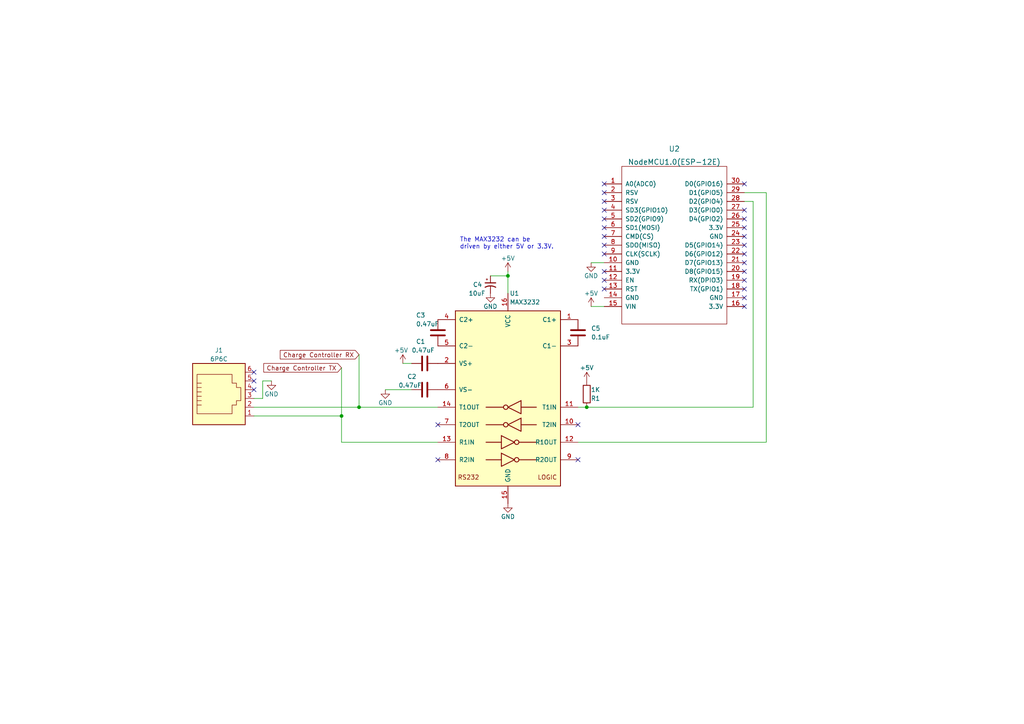
<source format=kicad_sch>
(kicad_sch (version 20211123) (generator eeschema)
  (paper "A4")
  (lib_symbols
    (symbol "Connector:6P6C" (pin_names (offset 1.016))
      (property "Reference" "J" (at -5.08 11.43 0))
      (property "Value" "6P6C" (at 2.54 11.43 0))
      (symbol "6P6C_0_1"
        (polyline (pts (xy -6.35 -1.905) (xy -5.08 -1.905) (xy -5.08 -1.905)))
        (polyline (pts (xy -6.35 -0.635) (xy -5.08 -0.635) (xy -5.08 -0.635)))
        (polyline (pts (xy -6.35 0.635) (xy -5.08 0.635) (xy -5.08 0.635)))
        (polyline (pts (xy -6.35 1.905) (xy -5.08 1.905) (xy -5.08 1.905)))
        (polyline (pts (xy -6.35 3.175) (xy -5.08 3.175) (xy -5.08 3.175)))
        (polyline (pts (xy -5.08 4.445) (xy -6.35 4.445) (xy -6.35 4.445)))
        (polyline (pts (xy -6.35 -4.445) (xy -6.35 6.985) (xy 3.81 6.985) (xy 3.81 4.445) (xy 5.08 4.445) (xy 5.08 3.175) (xy 6.35 3.175) (xy 6.35 -0.635) (xy 5.08 -0.635) (xy 5.08 -1.905) (xy 3.81 -1.905) (xy 3.81 -4.445) (xy -6.35 -4.445) (xy -6.35 -4.445)))
        (rectangle (start 7.62 10.16) (end -7.62 -7.62) (stroke (width 0.254)) (fill (type background)))
      )
      (symbol "6P6C_1_1"
        (pin passive line (at 10.16 -5.08 180) (length 2.54) (name "~") (number "1"))
        (pin passive line (at 10.16 -2.54 180) (length 2.54) (name "~") (number "2"))
        (pin passive line (at 10.16 0 180) (length 2.54) (name "~") (number "3"))
        (pin passive line (at 10.16 2.54 180) (length 2.54) (name "~") (number "4"))
        (pin passive line (at 10.16 5.08 180) (length 2.54) (name "~") (number "5"))
        (pin passive line (at 10.16 7.62 180) (length 2.54) (name "~") (number "6"))
      )
    )
    (symbol "Device:C" (pin_numbers hide) (pin_names (offset 0.254))
      (property "Reference" "C" (at 0.635 2.54 0))
      (property "Value" "C" (at 0.635 -2.54 0))
      (symbol "C_0_1"
        (polyline (pts (xy -2.032 -0.762) (xy 2.032 -0.762)) (stroke (width 0.508)))
        (polyline (pts (xy -2.032 0.762) (xy 2.032 0.762)) (stroke (width 0.508)))
      )
      (symbol "C_1_1"
        (pin passive line (at 0 3.81 270) (length 2.794) (name "~") (number "1"))
        (pin passive line (at 0 -3.81 90) (length 2.794) (name "~") (number "2"))
      )
    )
    (symbol "Device:C_Polarized_Small_US" (pin_numbers hide) (pin_names (offset 0.254) hide)
      (property "Reference" "C" (at 0.254 1.778 0))
      (property "Value" "C_Polarized_Small_US" (at 0.254 -2.032 0))
      (symbol "C_Polarized_Small_US_0_1"
        (polyline (pts (xy -1.524 0.508) (xy 1.524 0.508)) (stroke (width 0.3048)))
        (polyline (pts (xy -1.27 1.524) (xy -0.762 1.524)))
        (polyline (pts (xy -1.016 1.27) (xy -1.016 1.778)))
        (arc (start 1.524 -0.762) (mid 0 -0.3734) (end -1.524 -0.762) (stroke (width 0.3048)))
      )
      (symbol "C_Polarized_Small_US_1_1"
        (pin passive line (at 0 2.54 270) (length 2.032) (name "~") (number "1"))
        (pin passive line (at 0 -2.54 90) (length 2.032) (name "~") (number "2"))
      )
    )
    (symbol "Device:R" (pin_numbers hide) (pin_names (offset 0))
      (property "Reference" "R" (at 2.032 0 90))
      (property "Value" "R" (at 0 0 90))
      (symbol "R_0_1"
        (rectangle (start -1.016 -2.54) (end 1.016 2.54) (stroke (width 0.254)))
      )
      (symbol "R_1_1"
        (pin passive line (at 0 3.81 270) (length 1.27) (name "~") (number "1"))
        (pin passive line (at 0 -3.81 90) (length 1.27) (name "~") (number "2"))
      )
    )
    (symbol "ESP8266:NodeMCU1.0(ESP-12E)" (pin_names (offset 1.016))
      (property "Reference" "U" (at 0 21.59 0))
      (property "Value" "NodeMCU1.0(ESP-12E)" (at 0 -21.59 0))
      (symbol "NodeMCU1.0(ESP-12E)_0_1"
        (rectangle (start -15.24 -22.86) (end 15.24 22.86))
      )
      (symbol "NodeMCU1.0(ESP-12E)_1_1"
        (pin input line (at -20.32 17.78 0) (length 5.08) (name "A0(ADC0)") (number "1"))
        (pin input line (at -20.32 -5.08 0) (length 5.08) (name "GND") (number "10"))
        (pin input line (at -20.32 -7.62 0) (length 5.08) (name "3.3V") (number "11"))
        (pin input line (at -20.32 -10.16 0) (length 5.08) (name "EN") (number "12"))
        (pin input line (at -20.32 -12.7 0) (length 5.08) (name "RST") (number "13"))
        (pin input line (at -20.32 -15.24 0) (length 5.08) (name "GND") (number "14"))
        (pin input line (at -20.32 -17.78 0) (length 5.08) (name "VIN") (number "15"))
        (pin input line (at 20.32 -17.78 180) (length 5.08) (name "3.3V") (number "16"))
        (pin input line (at 20.32 -15.24 180) (length 5.08) (name "GND") (number "17"))
        (pin input line (at 20.32 -12.7 180) (length 5.08) (name "TX(GPIO1)") (number "18"))
        (pin input line (at 20.32 -10.16 180) (length 5.08) (name "RX(DPIO3)") (number "19"))
        (pin input line (at -20.32 15.24 0) (length 5.08) (name "RSV") (number "2"))
        (pin input line (at 20.32 -7.62 180) (length 5.08) (name "D8(GPIO15)") (number "20"))
        (pin input line (at 20.32 -5.08 180) (length 5.08) (name "D7(GPIO13)") (number "21"))
        (pin input line (at 20.32 -2.54 180) (length 5.08) (name "D6(GPIO12)") (number "22"))
        (pin input line (at 20.32 0 180) (length 5.08) (name "D5(GPIO14)") (number "23"))
        (pin input line (at 20.32 2.54 180) (length 5.08) (name "GND") (number "24"))
        (pin input line (at 20.32 5.08 180) (length 5.08) (name "3.3V") (number "25"))
        (pin input line (at 20.32 7.62 180) (length 5.08) (name "D4(GPIO2)") (number "26"))
        (pin input line (at 20.32 10.16 180) (length 5.08) (name "D3(GPIO0)") (number "27"))
        (pin input line (at 20.32 12.7 180) (length 5.08) (name "D2(GPIO4)") (number "28"))
        (pin input line (at 20.32 15.24 180) (length 5.08) (name "D1(GPIO5)") (number "29"))
        (pin input line (at -20.32 12.7 0) (length 5.08) (name "RSV") (number "3"))
        (pin input line (at 20.32 17.78 180) (length 5.08) (name "D0(GPIO16)") (number "30"))
        (pin input line (at -20.32 10.16 0) (length 5.08) (name "SD3(GPIO10)") (number "4"))
        (pin input line (at -20.32 7.62 0) (length 5.08) (name "SD2(GPIO9)") (number "5"))
        (pin input line (at -20.32 5.08 0) (length 5.08) (name "SD1(MOSI)") (number "6"))
        (pin input line (at -20.32 2.54 0) (length 5.08) (name "CMD(CS)") (number "7"))
        (pin input line (at -20.32 0 0) (length 5.08) (name "SDO(MISO)") (number "8"))
        (pin input line (at -20.32 -2.54 0) (length 5.08) (name "CLK(SCLK)") (number "9"))
      )
    )
    (symbol "Interface_UART:MAX3232" (pin_names (offset 1.016))
      (property "Reference" "U" (at -2.54 28.575 0))
      (property "Value" "MAX3232" (at -2.54 26.67 0))
      (symbol "MAX3232_0_0"
        (text "LOGIC" (at -11.43 -22.86 0) (effects (font (size 1.27 1.27))))
        (text "RS232" (at 11.43 -22.86 0) (effects (font (size 1.27 1.27))))
      )
      (symbol "MAX3232_0_1"
        (rectangle (start -15.24 -25.4) (end 15.24 25.4) (stroke (width 0.254)) (fill (type background)))
        (circle (center -2.54 -17.78) (radius 0.635) (stroke (width 0.254)))
        (circle (center -2.54 -12.7) (radius 0.635) (stroke (width 0.254)))
        (polyline (pts (xy -3.81 -7.62) (xy -8.255 -7.62)) (stroke (width 0.254)))
        (polyline (pts (xy -3.81 -2.54) (xy -8.255 -2.54)) (stroke (width 0.254)))
        (polyline (pts (xy -3.175 -17.78) (xy -8.255 -17.78)) (stroke (width 0.254)))
        (polyline (pts (xy -3.175 -12.7) (xy -8.255 -12.7)) (stroke (width 0.254)))
        (polyline (pts (xy 1.27 -7.62) (xy 6.35 -7.62)) (stroke (width 0.254)))
        (polyline (pts (xy 1.27 -2.54) (xy 6.35 -2.54)) (stroke (width 0.254)))
        (polyline (pts (xy 1.905 -17.78) (xy 6.35 -17.78)) (stroke (width 0.254)))
        (polyline (pts (xy 1.905 -12.7) (xy 6.35 -12.7)) (stroke (width 0.254)))
        (polyline (pts (xy -3.81 -5.715) (xy -3.81 -9.525) (xy 0 -7.62) (xy -3.81 -5.715)) (stroke (width 0.254)))
        (polyline (pts (xy -3.81 -0.635) (xy -3.81 -4.445) (xy 0 -2.54) (xy -3.81 -0.635)) (stroke (width 0.254)))
        (polyline (pts (xy 1.905 -15.875) (xy 1.905 -19.685) (xy -1.905 -17.78) (xy 1.905 -15.875)) (stroke (width 0.254)))
        (polyline (pts (xy 1.905 -10.795) (xy 1.905 -14.605) (xy -1.905 -12.7) (xy 1.905 -10.795)) (stroke (width 0.254)))
        (circle (center 0.635 -7.62) (radius 0.635) (stroke (width 0.254)))
        (circle (center 0.635 -2.54) (radius 0.635) (stroke (width 0.254)))
      )
      (symbol "MAX3232_1_1"
        (pin passive line (at -20.32 22.86 0) (length 5.08) (name "C1+") (number "1"))
        (pin input line (at -20.32 -7.62 0) (length 5.08) (name "T2IN") (number "10"))
        (pin input line (at -20.32 -2.54 0) (length 5.08) (name "T1IN") (number "11"))
        (pin output line (at -20.32 -12.7 0) (length 5.08) (name "R1OUT") (number "12"))
        (pin input line (at 20.32 -12.7 180) (length 5.08) (name "R1IN") (number "13"))
        (pin output line (at 20.32 -2.54 180) (length 5.08) (name "T1OUT") (number "14"))
        (pin power_in line (at 0 -30.48 90) (length 5.08) (name "GND") (number "15"))
        (pin power_in line (at 0 30.48 270) (length 5.08) (name "VCC") (number "16"))
        (pin power_out line (at 20.32 10.16 180) (length 5.08) (name "VS+") (number "2"))
        (pin passive line (at -20.32 15.24 0) (length 5.08) (name "C1-") (number "3"))
        (pin passive line (at 20.32 22.86 180) (length 5.08) (name "C2+") (number "4"))
        (pin passive line (at 20.32 15.24 180) (length 5.08) (name "C2-") (number "5"))
        (pin power_out line (at 20.32 2.54 180) (length 5.08) (name "VS-") (number "6"))
        (pin output line (at 20.32 -7.62 180) (length 5.08) (name "T2OUT") (number "7"))
        (pin input line (at 20.32 -17.78 180) (length 5.08) (name "R2IN") (number "8"))
        (pin output line (at -20.32 -17.78 0) (length 5.08) (name "R2OUT") (number "9"))
      )
    )
    (symbol "power:+5V" (power) (pin_names (offset 0))
      (property "Value" "+5V" (at 0 3.556 0))
      (symbol "+5V_0_1"
        (polyline (pts (xy -0.762 1.27) (xy 0 2.54)))
        (polyline (pts (xy 0 0) (xy 0 2.54)))
        (polyline (pts (xy 0 2.54) (xy 0.762 1.27)))
      )
      (symbol "+5V_1_1"
        (pin power_in line (at 0 0 90) (length 0) hide (name "+5V") (number "1"))
      )
    )
    (symbol "power:GND" (power) (pin_names (offset 0))
      (property "Value" "GND" (at 0 -3.81 0))
      (symbol "GND_0_1"
        (polyline (pts (xy 0 0) (xy 0 -1.27) (xy 1.27 -1.27) (xy 0 -2.54) (xy -1.27 -1.27) (xy 0 -1.27)))
      )
      (symbol "GND_1_1"
        (pin power_in line (at 0 0 270) (length 0) hide (name "GND") (number "1"))
      )
    )
  )
  (junction (at 104.14 118.11))
  (junction (at 147.32 80.01))
  (junction (at 170.18 118.11))
  (junction (at 99.06 120.65))
  (no_connect (at 175.26 55.88))
  (no_connect (at 175.26 58.42))
  (no_connect (at 175.26 60.96))
  (no_connect (at 175.26 63.5))
  (no_connect (at 175.26 66.04))
  (no_connect (at 215.9 73.66))
  (no_connect (at 215.9 53.34))
  (no_connect (at 215.9 60.96))
  (no_connect (at 215.9 63.5))
  (no_connect (at 175.26 53.34))
  (no_connect (at 175.26 68.58))
  (no_connect (at 175.26 71.12))
  (no_connect (at 215.9 66.04))
  (no_connect (at 215.9 68.58))
  (no_connect (at 215.9 71.12))
  (no_connect (at 215.9 76.2))
  (no_connect (at 215.9 78.74))
  (no_connect (at 215.9 81.28))
  (no_connect (at 215.9 83.82))
  (no_connect (at 215.9 86.36))
  (no_connect (at 215.9 88.9))
  (no_connect (at 73.66 107.95))
  (no_connect (at 73.66 113.03))
  (no_connect (at 73.66 110.49))
  (no_connect (at 175.26 73.66))
  (no_connect (at 127 123.19))
  (no_connect (at 127 133.35))
  (no_connect (at 167.64 133.35))
  (no_connect (at 167.64 123.19))
  (no_connect (at 175.26 83.82))
  (no_connect (at 175.26 81.28))
  (no_connect (at 175.26 78.74))
  (wire (pts (xy 116.84 105.41) (xy 119.38 105.41)))
  (wire (pts (xy 104.14 118.11) (xy 127 118.11)))
  (wire (pts (xy 222.25 128.27) (xy 222.25 55.88)))
  (wire (pts (xy 147.32 78.74) (xy 147.32 80.01)))
  (wire (pts (xy 111.76 113.03) (xy 119.38 113.03)))
  (wire (pts (xy 73.66 120.65) (xy 99.06 120.65)))
  (wire (pts (xy 76.2 110.49) (xy 78.74 110.49)))
  (wire (pts (xy 167.64 128.27) (xy 222.25 128.27)))
  (wire (pts (xy 167.64 118.11) (xy 170.18 118.11)))
  (wire (pts (xy 73.66 115.57) (xy 76.2 115.57)))
  (wire (pts (xy 215.9 58.42) (xy 218.44 58.42)))
  (wire (pts (xy 222.25 55.88) (xy 215.9 55.88)))
  (wire (pts (xy 171.45 76.2) (xy 175.26 76.2)))
  (wire (pts (xy 99.06 120.65) (xy 99.06 128.27)))
  (wire (pts (xy 147.32 80.01) (xy 147.32 85.09)))
  (wire (pts (xy 142.24 80.01) (xy 147.32 80.01)))
  (wire (pts (xy 170.18 118.11) (xy 218.44 118.11)))
  (wire (pts (xy 104.14 102.87) (xy 104.14 118.11)))
  (wire (pts (xy 218.44 58.42) (xy 218.44 118.11)))
  (wire (pts (xy 99.06 128.27) (xy 127 128.27)))
  (wire (pts (xy 73.66 118.11) (xy 104.14 118.11)))
  (wire (pts (xy 76.2 115.57) (xy 76.2 110.49)))
  (wire (pts (xy 171.45 88.9) (xy 175.26 88.9)))
  (wire (pts (xy 99.06 106.68) (xy 99.06 120.65)))
  (text "The MAX3232 can be\ndriven by either 5V or 3.3V." (at 133.35 72.39 0) (effects (font (size 1.27 1.27)) (justify left bottom)))
  (global_label "Charge Controller RX" (shape input) (at 104.14 102.87 180) (property "Intersheet References" "${INTERSHEET_REFS}" (effects hide)))
  (global_label "Charge Controller TX" (shape input) (at 99.06 106.68 180) (property "Intersheet References" "${INTERSHEET_REFS}" (effects hide)))
  (symbol (lib_id "Device:C") (at 123.19 113.03 270) (unit 1)
    (property "Reference" "C2" (at 118.11 109.22 90) (effects (justify left)))
    (property "Value" "0.47uF" (at 115.57 111.76 90) (effects (justify left)))
    (property "Footprint" "Capacitor_THT:C_Disc_D4.7mm_W2.5mm_P5.00mm" (effects hide))
  )
  (symbol (lib_id "power:+5V") (at 171.45 88.9 0) (unit 1)
    (property "Reference" "#PWR?" (effects hide))
    (property "Value" "+5V" (at 171.45 85.09 0))
  )
  (symbol (lib_id "Connector:6P6C") (at 63.5 115.57 0) (unit 1)
    (property "Reference" "J1" (at 63.5 101.6 0))
    (property "Value" "6P6C" (at 63.5 104.14 0))
    (property "Footprint" "Connector_RJ:RJ12_Amphenol_54601" (effects hide))
  )
  (symbol (lib_id "Device:C") (at 167.64 96.52 0) (unit 1)
    (property "Reference" "C5" (at 171.45 95.2499 0) (effects (justify left)))
    (property "Value" "0.1uF" (at 171.45 97.7899 0) (effects (justify left)))
    (property "Footprint" "Capacitor_THT:C_Disc_D5.0mm_W2.5mm_P2.50mm" (effects hide))
  )
  (symbol (lib_id "Device:C_Polarized_Small_US") (at 142.24 82.55 0) (unit 1)
    (property "Reference" "C4" (at 137.16 82.55 0) (effects (justify left)))
    (property "Value" "10uF" (at 135.89 85.09 0) (effects (justify left)))
    (property "Footprint" "Capacitor_THT:CP_Radial_D6.3mm_P2.50mm" (effects hide))
  )
  (symbol (lib_id "ESP8266:NodeMCU1.0(ESP-12E)") (at 195.58 71.12 0) (unit 1)
    (property "Reference" "U2" (at 195.58 43.18 0) (effects (font (size 1.524 1.524))))
    (property "Value" "NodeMCU1.0(ESP-12E)" (at 195.58 46.99 0) (effects (font (size 1.524 1.524))))
  )
  (symbol (lib_id "power:+5V") (at 116.84 105.41 0) (unit 1)
    (property "Reference" "#PWR03" (effects hide))
    (property "Value" "+5V" (at 114.3 101.6 0) (effects (justify left)))
  )
  (symbol (lib_id "power:GND") (at 147.32 146.05 0) (unit 1)
    (property "Reference" "#PWR06" (effects hide))
    (property "Value" "GND" (at 147.32 149.86 0))
  )
  (symbol (lib_id "power:GND") (at 171.45 76.2 0) (unit 1)
    (property "Reference" "#PWR?" (effects hide))
    (property "Value" "GND" (at 171.45 80.01 0))
  )
  (symbol (lib_id "Device:C") (at 127 96.52 0) (unit 1)
    (property "Reference" "C3" (at 120.65 91.44 0) (effects (justify left)))
    (property "Value" "0.47uF" (at 120.65 93.98 0) (effects (justify left)))
    (property "Footprint" "Capacitor_THT:C_Disc_D4.7mm_W2.5mm_P5.00mm" (effects hide))
  )
  (symbol (lib_id "Interface_UART:MAX3232") (at 147.32 115.57 0) (mirror y) (unit 1)
    (property "Reference" "U1" (at 147.8406 85.09 0) (effects (justify right)))
    (property "Value" "MAX3232" (at 147.8406 87.63 0) (effects (justify right)))
    (property "Footprint" "Package_DIP:DIP-16_W7.62mm" (effects hide))
    (property "Datasheet" "https://datasheets.maximintegrated.com/en/ds/MAX3222-MAX3241.pdf" (effects hide))
  )
  (symbol (lib_id "power:GND") (at 78.74 110.49 0) (unit 1)
    (property "Reference" "#PWR01" (effects hide))
    (property "Value" "GND" (at 78.74 114.3 0))
  )
  (symbol (lib_id "Device:R") (at 170.18 114.3 0) (unit 1)
    (property "Reference" "R1" (at 172.72 115.57 0))
    (property "Value" "1K" (at 172.72 113.03 0))
    (property "Footprint" "Resistor_THT:R_Axial_DIN0309_L9.0mm_D3.2mm_P12.70mm_Horizontal" (effects hide))
  )
  (symbol (lib_id "power:+5V") (at 170.18 110.49 0) (unit 1)
    (property "Reference" "#PWR07" (effects hide))
    (property "Value" "+5V" (at 170.18 106.68 0))
  )
  (symbol (lib_id "power:GND") (at 111.76 113.03 0) (unit 1)
    (property "Reference" "#PWR02" (effects hide))
    (property "Value" "GND" (at 111.76 116.84 0))
  )
  (symbol (lib_id "power:+5V") (at 147.32 78.74 0) (unit 1)
    (property "Reference" "#PWR05" (effects hide))
    (property "Value" "+5V" (at 147.32 74.93 0))
  )
  (symbol (lib_id "power:GND") (at 142.24 85.09 0) (unit 1)
    (property "Reference" "#PWR04" (effects hide))
    (property "Value" "GND" (at 142.24 88.9 0))
  )
  (symbol (lib_id "Device:C") (at 123.19 105.41 270) (unit 1)
    (property "Reference" "C1" (at 120.65 99.06 90) (effects (justify left)))
    (property "Value" "0.47uF" (at 119.38 101.6 90) (effects (justify left)))
    (property "Footprint" "Capacitor_THT:C_Disc_D4.7mm_W2.5mm_P5.00mm" (effects hide))
  )
)
</source>
